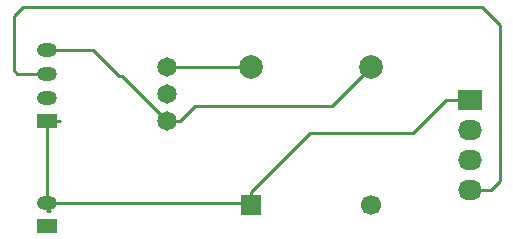
<source format=gbr>
G04 #@! TF.FileFunction,Copper,L1,Top,Signal*
%FSLAX46Y46*%
G04 Gerber Fmt 4.6, Leading zero omitted, Abs format (unit mm)*
G04 Created by KiCad (PCBNEW 4.0.4-stable) date 01/06/17 20:42:19*
%MOMM*%
%LPD*%
G01*
G04 APERTURE LIST*
%ADD10C,0.100000*%
%ADD11R,1.700000X1.200000*%
%ADD12O,1.700000X1.200000*%
%ADD13R,2.032000X1.727200*%
%ADD14O,2.032000X1.727200*%
%ADD15C,1.699260*%
%ADD16R,1.699260X1.699260*%
%ADD17C,1.998980*%
%ADD18C,1.651000*%
%ADD19C,0.250000*%
G04 APERTURE END LIST*
D10*
D11*
X42164000Y-97282000D03*
D12*
X42164000Y-95282000D03*
X42164000Y-93282000D03*
X42164000Y-91282000D03*
D11*
X42164000Y-106172000D03*
D12*
X42164000Y-104172000D03*
D13*
X77978000Y-95504000D03*
D14*
X77978000Y-98044000D03*
X77978000Y-100584000D03*
X77978000Y-103124000D03*
D15*
X69596000Y-104394000D03*
D16*
X59436000Y-104394000D03*
D17*
X59436000Y-92710000D03*
X69596000Y-92710000D03*
D18*
X52324000Y-94996000D03*
X52324000Y-92710000D03*
X52324000Y-97282000D03*
D19*
X42164000Y-104172000D02*
X59214000Y-104172000D01*
X59214000Y-104172000D02*
X59436000Y-104394000D01*
X42164000Y-97282000D02*
X42164000Y-98132000D01*
X42164000Y-98132000D02*
X42164000Y-104172000D01*
X73152000Y-98298000D02*
X75946000Y-95504000D01*
X75946000Y-95504000D02*
X77978000Y-95504000D01*
X64432370Y-98298000D02*
X73152000Y-98298000D01*
X59436000Y-103294370D02*
X64432370Y-98298000D01*
X48260000Y-93472000D02*
X48514000Y-93472000D01*
X48514000Y-93472000D02*
X52324000Y-97282000D01*
X46070000Y-91282000D02*
X48260000Y-93472000D01*
X42164000Y-91282000D02*
X46070000Y-91282000D01*
X54761433Y-96012000D02*
X66294000Y-96012000D01*
X66294000Y-96012000D02*
X69596000Y-92710000D01*
X52324000Y-97282000D02*
X53491433Y-97282000D01*
X53491433Y-97282000D02*
X54761433Y-96012000D01*
X52324000Y-92710000D02*
X59436000Y-92710000D01*
X42164000Y-97282000D02*
X43264000Y-97282000D01*
X80518000Y-102362000D02*
X79756000Y-103124000D01*
X79756000Y-103124000D02*
X77978000Y-103124000D01*
X80518000Y-89154000D02*
X80518000Y-102362000D01*
X78994000Y-87630000D02*
X80518000Y-89154000D01*
X40132000Y-87630000D02*
X78994000Y-87630000D01*
X39370000Y-88392000D02*
X40132000Y-87630000D01*
X39370000Y-92964000D02*
X39370000Y-88392000D01*
X39688000Y-93282000D02*
X39370000Y-92964000D01*
X42164000Y-93282000D02*
X39688000Y-93282000D01*
X42164000Y-104902000D02*
X42414000Y-104902000D01*
X59436000Y-103294370D02*
X59436000Y-104394000D01*
M02*

</source>
